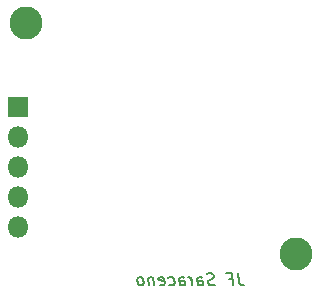
<source format=gbr>
%TF.GenerationSoftware,KiCad,Pcbnew,5.1.6-c6e7f7d~87~ubuntu18.04.1*%
%TF.CreationDate,2021-12-22T00:40:55-08:00*%
%TF.ProjectId,non-contact-voltage-sensor,6e6f6e2d-636f-46e7-9461-63742d766f6c,rev?*%
%TF.SameCoordinates,Original*%
%TF.FileFunction,Soldermask,Bot*%
%TF.FilePolarity,Negative*%
%FSLAX46Y46*%
G04 Gerber Fmt 4.6, Leading zero omitted, Abs format (unit mm)*
G04 Created by KiCad (PCBNEW 5.1.6-c6e7f7d~87~ubuntu18.04.1) date 2021-12-22 00:40:55*
%MOMM*%
%LPD*%
G01*
G04 APERTURE LIST*
%ADD10C,0.150000*%
%ADD11O,1.800000X1.800000*%
%ADD12R,1.800000X1.800000*%
%ADD13C,2.800000*%
G04 APERTURE END LIST*
D10*
X167797032Y-108037380D02*
X167886318Y-108751666D01*
X167951794Y-108894523D01*
X168058937Y-108989761D01*
X168207747Y-109037380D01*
X168302985Y-109037380D01*
X167047032Y-108513571D02*
X167380366Y-108513571D01*
X167445842Y-109037380D02*
X167320842Y-108037380D01*
X166844651Y-108037380D01*
X165868461Y-108989761D02*
X165731556Y-109037380D01*
X165493461Y-109037380D01*
X165392270Y-108989761D01*
X165338699Y-108942142D01*
X165279175Y-108846904D01*
X165267270Y-108751666D01*
X165302985Y-108656428D01*
X165344651Y-108608809D01*
X165433937Y-108561190D01*
X165618461Y-108513571D01*
X165707747Y-108465952D01*
X165749413Y-108418333D01*
X165785127Y-108323095D01*
X165773223Y-108227857D01*
X165713699Y-108132619D01*
X165660127Y-108085000D01*
X165558937Y-108037380D01*
X165320842Y-108037380D01*
X165183937Y-108085000D01*
X164445842Y-109037380D02*
X164380366Y-108513571D01*
X164416080Y-108418333D01*
X164505366Y-108370714D01*
X164695842Y-108370714D01*
X164797032Y-108418333D01*
X164439889Y-108989761D02*
X164541080Y-109037380D01*
X164779175Y-109037380D01*
X164868461Y-108989761D01*
X164904175Y-108894523D01*
X164892270Y-108799285D01*
X164832747Y-108704047D01*
X164731556Y-108656428D01*
X164493461Y-108656428D01*
X164392270Y-108608809D01*
X163969651Y-109037380D02*
X163886318Y-108370714D01*
X163910127Y-108561190D02*
X163850604Y-108465952D01*
X163797032Y-108418333D01*
X163695842Y-108370714D01*
X163600604Y-108370714D01*
X162922032Y-109037380D02*
X162856556Y-108513571D01*
X162892270Y-108418333D01*
X162981556Y-108370714D01*
X163172032Y-108370714D01*
X163273223Y-108418333D01*
X162916080Y-108989761D02*
X163017270Y-109037380D01*
X163255366Y-109037380D01*
X163344651Y-108989761D01*
X163380366Y-108894523D01*
X163368461Y-108799285D01*
X163308937Y-108704047D01*
X163207747Y-108656428D01*
X162969651Y-108656428D01*
X162868461Y-108608809D01*
X162011318Y-108989761D02*
X162112508Y-109037380D01*
X162302985Y-109037380D01*
X162392270Y-108989761D01*
X162433937Y-108942142D01*
X162469651Y-108846904D01*
X162433937Y-108561190D01*
X162374413Y-108465952D01*
X162320842Y-108418333D01*
X162219651Y-108370714D01*
X162029175Y-108370714D01*
X161939889Y-108418333D01*
X161201794Y-108989761D02*
X161302985Y-109037380D01*
X161493461Y-109037380D01*
X161582747Y-108989761D01*
X161618461Y-108894523D01*
X161570842Y-108513571D01*
X161511318Y-108418333D01*
X161410127Y-108370714D01*
X161219651Y-108370714D01*
X161130366Y-108418333D01*
X161094651Y-108513571D01*
X161106556Y-108608809D01*
X161594651Y-108704047D01*
X160648223Y-108370714D02*
X160731556Y-109037380D01*
X160660127Y-108465952D02*
X160606556Y-108418333D01*
X160505366Y-108370714D01*
X160362508Y-108370714D01*
X160273223Y-108418333D01*
X160237508Y-108513571D01*
X160302985Y-109037380D01*
X159683937Y-109037380D02*
X159773223Y-108989761D01*
X159814889Y-108942142D01*
X159850604Y-108846904D01*
X159814889Y-108561190D01*
X159755366Y-108465952D01*
X159701794Y-108418333D01*
X159600604Y-108370714D01*
X159457747Y-108370714D01*
X159368461Y-108418333D01*
X159326794Y-108465952D01*
X159291080Y-108561190D01*
X159326794Y-108846904D01*
X159386318Y-108942142D01*
X159439889Y-108989761D01*
X159541080Y-109037380D01*
X159683937Y-109037380D01*
D11*
%TO.C,J1*%
X149225000Y-104140000D03*
X149225000Y-101600000D03*
X149225000Y-99060000D03*
X149225000Y-96520000D03*
D12*
X149225000Y-93980000D03*
%TD*%
D13*
%TO.C,H2*%
X172720000Y-106426000D03*
%TD*%
%TO.C,H1*%
X149860000Y-86868000D03*
%TD*%
M02*

</source>
